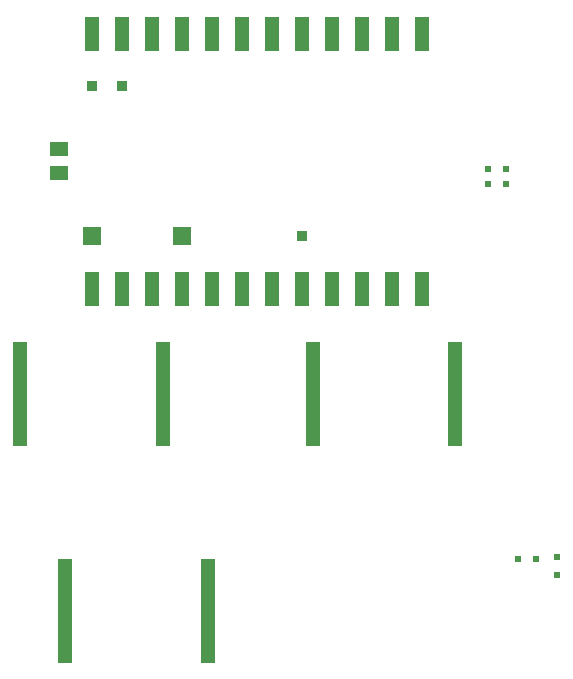
<source format=gtp>
G04 #@! TF.FileFunction,Paste,Top*
%FSLAX46Y46*%
G04 Gerber Fmt 4.6, Leading zero omitted, Abs format (unit mm)*
G04 Created by KiCad (PCBNEW 4.0.6) date 04/12/17 01:17:06*
%MOMM*%
%LPD*%
G01*
G04 APERTURE LIST*
%ADD10C,0.254000*%
%ADD11R,1.146000X2.921000*%
%ADD12R,1.524000X1.524000*%
%ADD13R,0.889000X0.889000*%
%ADD14R,1.524000X1.270000*%
%ADD15R,0.546000X0.496000*%
%ADD16R,1.146000X8.766000*%
%ADD17R,0.546000X0.546000*%
G04 APERTURE END LIST*
D10*
D11*
X80010000Y-81280000D03*
X82550000Y-81280000D03*
X85090000Y-81280000D03*
X87630000Y-81280000D03*
X90170000Y-81280000D03*
X92710000Y-81280000D03*
X95250000Y-81280000D03*
X97790000Y-81280000D03*
X100330000Y-81280000D03*
X102870000Y-81280000D03*
X105410000Y-81280000D03*
X107950000Y-81280000D03*
X107950000Y-59690000D03*
X105410000Y-59690000D03*
X102870000Y-59690000D03*
X100330000Y-59690000D03*
X97790000Y-59690000D03*
X95250000Y-59690000D03*
X92710000Y-59690000D03*
X90170000Y-59690000D03*
X87630000Y-59690000D03*
X85090000Y-59690000D03*
X82550000Y-59690000D03*
X80010000Y-59690000D03*
D12*
X80010000Y-76835000D03*
X87630000Y-76835000D03*
D13*
X97790000Y-76835000D03*
X82550000Y-64135000D03*
X80010000Y-64135000D03*
D14*
X77216000Y-69469000D03*
X77216000Y-71501000D03*
D15*
X115050000Y-71120000D03*
X113550000Y-71120000D03*
X113550000Y-72390000D03*
X115050000Y-72390000D03*
X117590000Y-104140000D03*
X116090000Y-104140000D03*
D16*
X89850000Y-108585000D03*
X77790000Y-108585000D03*
X110805000Y-90170000D03*
X98745000Y-90170000D03*
X86040000Y-90170000D03*
X73980000Y-90170000D03*
D17*
X119380000Y-104025000D03*
X119380000Y-105525000D03*
M02*

</source>
